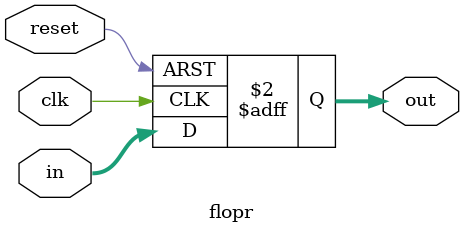
<source format=sv>
module flopr#(parameter N = 32)(
    input   logic clk, reset,
    input   logic [N - 1:0] in,
    output  logic [N - 1:0] out);
    
    always_ff @(posedge clk, posedge reset)
        if (reset) out <= 0;
        else       out <= in;
            
endmodule

</source>
